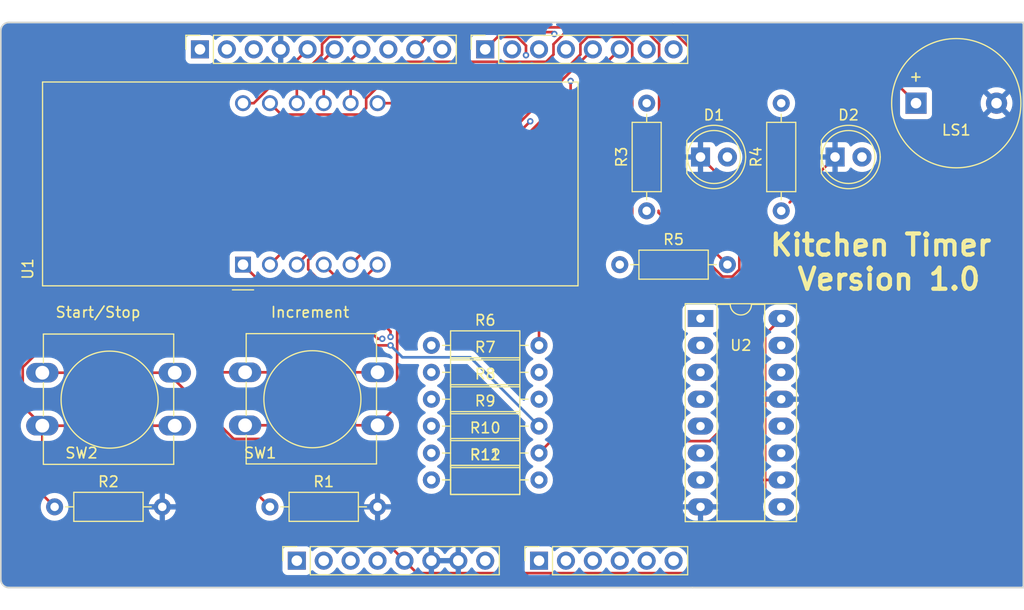
<source format=kicad_pcb>
(kicad_pcb (version 20221018) (generator pcbnew)
  (title_block (date "mar. 31 mars 2015"))
  (layers (0 "F.Cu" signal) (31 "B.Cu" signal) (34 "B.Paste" user) (35 "F.Paste" user) (36 "B.SilkS" user "B.Silkscreen") (37 "F.SilkS" user "F.Silkscreen") (38 "B.Mask" user) (39 "F.Mask" user) (44 "Edge.Cuts" user))
  (net 0 "")
  (net 1 "GND")
  (net 3 "+5V")
  (net 4 "/IOREF")
  (net 5 "/A0")
  (net 6 "/A1")
  (net 7 "/A2")
  (net 8 "/A3")
  (net 9 "/SDA{slash}A4")
  (net 10 "/SCL{slash}A5")
  (net 11 "Net-(D1-A)")
  (net 12 "Net-(D2-A)")
  (net 16 "Dig1")
  (net 17 "Dig2")
  (net 18 "Dig3")
  (net 19 "Dig4")
  (net 20 "DS")
  (net 21 "ST_CP")
  (net 22 "SH_CP")
  (net 23 "Buzzer")
  (net 25 "+3V3")
  (net 26 "VCC")
  (net 27 "/~{RESET}")
  (net 28 "Button_2")
  (net 29 "Button_1")
  (net 32 "RED_LED")
  (net 33 "GREEN_LED")
  (net 34 "a")
  (net 35 "Net-(U1-a)")
  (net 36 "b")
  (net 37 "Net-(U1-b)")
  (net 38 "c")
  (net 39 "Net-(U1-c)")
  (net 40 "d")
  (net 41 "Net-(U1-d)")
  (net 42 "e")
  (net 43 "Net-(U1-e)")
  (net 44 "f")
  (net 45 "Net-(U1-f)")
  (net 46 "g")
  (net 47 "Net-(U1-g)")
  (net 48 "dp")
  (net 49 "Net-(U1-DPX)")
  (footprint "Connector_PinSocket_2.54mm:PinSocket_1x08_P2.54mm_Vertical" (layer "F.Cu") (at 127.94 97.46 90)
    (fp_text reference "J1" hide)
    (fp_text value "Power")
    (fp_line (start -1.33 1.27) (end -1.33 19.11) (stroke (width 0.12)) (layer "F.SilkS"))
    (fp_line (start -1.33 1.27) (end 1.33 1.27) (stroke (width 0.12)) (layer "F.SilkS"))
    (fp_line (start -1.33 19.11) (end 1.33 19.11) (stroke (width 0.12)) (layer "F.SilkS"))
    (fp_line (start 0 -1.33) (end 1.33 -1.33) (stroke (width 0.12)) (layer "F.SilkS"))
    (fp_line (start 1.33 -1.33) (end 1.33 0) (stroke (width 0.12)) (layer "F.SilkS"))
    (fp_line (start 1.33 1.27) (end 1.33 19.11) (stroke (width 0.12)) (layer "F.SilkS"))
    (pad "1" thru_hole rect locked (at 0 0 90) (size 1.7 1.7) (drill 1) (layers "*.Cu" "*.Mask"))
    (pad "2" thru_hole oval locked (at 0 2.54 90) (size 1.7 1.7) (drill 1) (layers "*.Cu" "*.Mask") (net 4 "/IOREF"))
    (pad "3" thru_hole oval locked (at 0 5.08 90) (size 1.7 1.7) (drill 1) (layers "*.Cu" "*.Mask") (net 27 "/~{RESET}"))
    (pad "4" thru_hole oval locked (at 0 7.62 90) (size 1.7 1.7) (drill 1) (layers "*.Cu" "*.Mask") (net 25 "+3V3"))
    (pad "5" thru_hole oval locked (at 0 10.16 90) (size 1.7 1.7) (drill 1) (layers "*.Cu" "*.Mask") (net 3 "+5V"))
    (pad "6" thru_hole oval locked (at 0 12.7 90) (size 1.7 1.7) (drill 1) (layers "*.Cu" "*.Mask") (net 1 "GND"))
    (pad "7" thru_hole oval locked (at 0 15.24 90) (size 1.7 1.7) (drill 1) (layers "*.Cu" "*.Mask") (net 1 "GND"))
    (pad "8" thru_hole oval locked (at 0 17.78 90) (size 1.7 1.7) (drill 1) (layers "*.Cu" "*.Mask") (net 26 "VCC"))
  )
  (footprint "Connector_PinSocket_2.54mm:PinSocket_1x06_P2.54mm_Vertical" (layer "F.Cu") (at 150.8 97.46 90)
    (fp_text reference "J3" hide)
    (fp_text value "Analog")
    (fp_line (start -1.33 1.27) (end -1.33 14.03) (stroke (width 0.12)) (layer "F.SilkS"))
    (fp_line (start -1.33 1.27) (end 1.33 1.27) (stroke (width 0.12)) (layer "F.SilkS"))
    (fp_line (start -1.33 14.03) (end 1.33 14.03) (stroke (width 0.12)) (layer "F.SilkS"))
    (fp_line (start 0 -1.33) (end 1.33 -1.33) (stroke (width 0.12)) (layer "F.SilkS"))
    (fp_line (start 1.33 -1.33) (end 1.33 0) (stroke (width 0.12)) (layer "F.SilkS"))
    (fp_line (start 1.33 1.27) (end 1.33 14.03) (stroke (width 0.12)) (layer "F.SilkS"))
    (pad "1" thru_hole rect locked (at 0 0 90) (size 1.7 1.7) (drill 1) (layers "*.Cu" "*.Mask") (net 5 "/A0"))
    (pad "2" thru_hole oval locked (at 0 2.54 90) (size 1.7 1.7) (drill 1) (layers "*.Cu" "*.Mask") (net 6 "/A1"))
    (pad "3" thru_hole oval locked (at 0 5.08 90) (size 1.7 1.7) (drill 1) (layers "*.Cu" "*.Mask") (net 7 "/A2"))
    (pad "4" thru_hole oval locked (at 0 7.62 90) (size 1.7 1.7) (drill 1) (layers "*.Cu" "*.Mask") (net 8 "/A3"))
    (pad "5" thru_hole oval locked (at 0 10.16 90) (size 1.7 1.7) (drill 1) (layers "*.Cu" "*.Mask") (net 9 "/SDA{slash}A4"))
    (pad "6" thru_hole oval locked (at 0 12.7 90) (size 1.7 1.7) (drill 1) (layers "*.Cu" "*.Mask") (net 10 "/SCL{slash}A5"))
  )
  (footprint "Connector_PinSocket_2.54mm:PinSocket_1x10_P2.54mm_Vertical" (layer "F.Cu") (at 118.796 49.2 90)
    (fp_text reference "J2" hide)
    (fp_text value "Digital/PWM")
    (fp_line (start -1.33 1.27) (end -1.33 24.19) (stroke (width 0.12)) (layer "F.SilkS"))
    (fp_line (start -1.33 1.27) (end 1.33 1.27) (stroke (width 0.12)) (layer "F.SilkS"))
    (fp_line (start -1.33 24.19) (end 1.33 24.19) (stroke (width 0.12)) (layer "F.SilkS"))
    (fp_line (start 0 -1.33) (end 1.33 -1.33) (stroke (width 0.12)) (layer "F.SilkS"))
    (fp_line (start 1.33 -1.33) (end 1.33 0) (stroke (width 0.12)) (layer "F.SilkS"))
    (fp_line (start 1.33 1.27) (end 1.33 24.19) (stroke (width 0.12)) (layer "F.SilkS"))
    (pad "1" thru_hole rect locked (at 0 0 90) (size 1.7 1.7) (drill 1) (layers "*.Cu" "*.Mask"))
    (pad "2" thru_hole oval locked (at 0 2.54 90) (size 1.7 1.7) (drill 1) (layers "*.Cu" "*.Mask"))
    (pad "3" thru_hole oval locked (at 0 5.08 90) (size 1.7 1.7) (drill 1) (layers "*.Cu" "*.Mask"))
    (pad "4" thru_hole oval locked (at 0 7.62 90) (size 1.7 1.7) (drill 1) (layers "*.Cu" "*.Mask") (net 1 "GND"))
    (pad "5" thru_hole oval locked (at 0 10.16 90) (size 1.7 1.7) (drill 1) (layers "*.Cu" "*.Mask") (net 16 "Dig1"))
    (pad "6" thru_hole oval locked (at 0 12.7 90) (size 1.7 1.7) (drill 1) (layers "*.Cu" "*.Mask") (net 17 "Dig2"))
    (pad "7" thru_hole oval locked (at 0 15.24 90) (size 1.7 1.7) (drill 1) (layers "*.Cu" "*.Mask") (net 18 "Dig3"))
    (pad "8" thru_hole oval locked (at 0 17.78 90) (size 1.7 1.7) (drill 1) (layers "*.Cu" "*.Mask") (net 19 "Dig4"))
    (pad "9" thru_hole oval locked (at 0 20.32 90) (size 1.7 1.7) (drill 1) (layers "*.Cu" "*.Mask") (net 20 "DS"))
    (pad "10" thru_hole oval locked (at 0 22.86 90) (size 1.7 1.7) (drill 1) (layers "*.Cu" "*.Mask") (net 21 "ST_CP"))
  )
  (footprint "Connector_PinSocket_2.54mm:PinSocket_1x08_P2.54mm_Vertical" (layer "F.Cu") (at 145.72 49.2 90)
    (fp_text reference "J4" hide)
    (fp_text value "Digital/PWM")
    (fp_line (start -1.33 1.27) (end -1.33 19.11) (stroke (width 0.12)) (layer "F.SilkS"))
    (fp_line (start -1.33 1.27) (end 1.33 1.27) (stroke (width 0.12)) (layer "F.SilkS"))
    (fp_line (start -1.33 19.11) (end 1.33 19.11) (stroke (width 0.12)) (layer "F.SilkS"))
    (fp_line (start 0 -1.33) (end 1.33 -1.33) (stroke (width 0.12)) (layer "F.SilkS"))
    (fp_line (start 1.33 -1.33) (end 1.33 0) (stroke (width 0.12)) (layer "F.SilkS"))
    (fp_line (start 1.33 1.27) (end 1.33 19.11) (stroke (width 0.12)) (layer "F.SilkS"))
    (pad "1" thru_hole rect locked (at 0 0 90) (size 1.7 1.7) (drill 1) (layers "*.Cu" "*.Mask") (net 22 "SH_CP"))
    (pad "2" thru_hole oval locked (at 0 2.54 90) (size 1.7 1.7) (drill 1) (layers "*.Cu" "*.Mask") (net 23 "Buzzer"))
    (pad "3" thru_hole oval locked (at 0 5.08 90) (size 1.7 1.7) (drill 1) (layers "*.Cu" "*.Mask") (net 32 "RED_LED"))
    (pad "4" thru_hole oval locked (at 0 7.62 90) (size 1.7 1.7) (drill 1) (layers "*.Cu" "*.Mask") (net 33 "GREEN_LED"))
    (pad "5" thru_hole oval locked (at 0 10.16 90) (size 1.7 1.7) (drill 1) (layers "*.Cu" "*.Mask") (net 28 "Button_2"))
    (pad "6" thru_hole oval locked (at 0 12.7 90) (size 1.7 1.7) (drill 1) (layers "*.Cu" "*.Mask") (net 29 "Button_1"))
    (pad "7" thru_hole oval locked (at 0 15.24 90) (size 1.7 1.7) (drill 1) (layers "*.Cu" "*.Mask"))
    (pad "8" thru_hole oval locked (at 0 17.78 90) (size 1.7 1.7) (drill 1) (layers "*.Cu" "*.Mask"))
  )
  (footprint "Resistor_THT:R_Axial_DIN0207_L6.3mm_D2.5mm_P10.16mm_Horizontal" (layer "F.Cu") (at 140.64 89.84)
    (fp_text reference "R12" (at 5.08 -2.37) (layer "F.SilkS"))
    (fp_text value "100")
    (fp_line (start 1.04 0) (end 1.81 0) (stroke (width 0.12)) (layer "F.SilkS"))
    (fp_line (start 1.81 -1.37) (end 1.81 1.37) (stroke (width 0.12)) (layer "F.SilkS"))
    (fp_line (start 1.81 1.37) (end 8.35 1.37) (stroke (width 0.12)) (layer "F.SilkS"))
    (fp_line (start 8.35 -1.37) (end 1.81 -1.37) (stroke (width 0.12)) (layer "F.SilkS"))
    (fp_line (start 8.35 1.37) (end 8.35 -1.37) (stroke (width 0.12)) (layer "F.SilkS"))
    (fp_line (start 9.12 0) (end 8.35 0) (stroke (width 0.12)) (layer "F.SilkS"))
    (pad "1" thru_hole circle (at 0 0) (size 1.6 1.6) (drill 0.8) (layers "*.Cu" "*.Mask") (net 48 "dp"))
    (pad "2" thru_hole oval (at 10.16 0) (size 1.6 1.6) (drill 0.8) (layers "*.Cu" "*.Mask") (net 49 "Net-(U1-DPX)"))
  )
  (footprint "Resistor_THT:R_Axial_DIN0207_L6.3mm_D2.5mm_P10.16mm_Horizontal" (layer "F.Cu") (at 140.64 84.76)
    (fp_text reference "R9" (at 5.08 -2.37) (layer "F.SilkS"))
    (fp_text value "100")
    (fp_line (start 1.04 0) (end 1.81 0) (stroke (width 0.12)) (layer "F.SilkS"))
    (fp_line (start 1.81 -1.37) (end 1.81 1.37) (stroke (width 0.12)) (layer "F.SilkS"))
    (fp_line (start 1.81 1.37) (end 8.35 1.37) (stroke (width 0.12)) (layer "F.SilkS"))
    (fp_line (start 8.35 -1.37) (end 1.81 -1.37) (stroke (width 0.12)) (layer "F.SilkS"))
    (fp_line (start 8.35 1.37) (end 8.35 -1.37) (stroke (width 0.12)) (layer "F.SilkS"))
    (fp_line (start 9.12 0) (end 8.35 0) (stroke (width 0.12)) (layer "F.SilkS"))
    (pad "1" thru_hole circle (at 0 0) (size 1.6 1.6) (drill 0.8) (layers "*.Cu" "*.Mask") (net 42 "e"))
    (pad "2" thru_hole oval (at 10.16 0) (size 1.6 1.6) (drill 0.8) (layers "*.Cu" "*.Mask") (net 43 "Net-(U1-e)"))
  )
  (footprint "Resistor_THT:R_Axial_DIN0207_L6.3mm_D2.5mm_P10.16mm_Horizontal" (layer "F.Cu") (at 140.64 77.14)
    (fp_text reference "R6" (at 5.08 -2.37) (layer "F.SilkS"))
    (fp_text value "100")
    (fp_line (start 1.04 0) (end 1.81 0) (stroke (width 0.12)) (layer "F.SilkS"))
    (fp_line (start 1.81 -1.37) (end 1.81 1.37) (stroke (width 0.12)) (layer "F.SilkS"))
    (fp_line (start 1.81 1.37) (end 8.35 1.37) (stroke (width 0.12)) (layer "F.SilkS"))
    (fp_line (start 8.35 -1.37) (end 1.81 -1.37) (stroke (width 0.12)) (layer "F.SilkS"))
    (fp_line (start 8.35 1.37) (end 8.35 -1.37) (stroke (width 0.12)) (layer "F.SilkS"))
    (fp_line (start 9.12 0) (end 8.35 0) (stroke (width 0.12)) (layer "F.SilkS"))
    (pad "1" thru_hole circle (at 0 0) (size 1.6 1.6) (drill 0.8) (layers "*.Cu" "*.Mask") (net 36 "b"))
    (pad "2" thru_hole oval (at 10.16 0) (size 1.6 1.6) (drill 0.8) (layers "*.Cu" "*.Mask") (net 37 "Net-(U1-b)"))
  )
  (footprint "Resistor_THT:R_Axial_DIN0207_L6.3mm_D2.5mm_P10.16mm_Horizontal" (layer "F.Cu") (at 140.64 79.68)
    (fp_text reference "R7" (at 5.08 -2.37) (layer "F.SilkS"))
    (fp_text value "100")
    (fp_line (start 1.04 0) (end 1.81 0) (stroke (width 0.12)) (layer "F.SilkS"))
    (fp_line (start 1.81 -1.37) (end 1.81 1.37) (stroke (width 0.12)) (layer "F.SilkS"))
    (fp_line (start 1.81 1.37) (end 8.35 1.37) (stroke (width 0.12)) (layer "F.SilkS"))
    (fp_line (start 8.35 -1.37) (end 1.81 -1.37) (stroke (width 0.12)) (layer "F.SilkS"))
    (fp_line (start 8.35 1.37) (end 8.35 -1.37) (stroke (width 0.12)) (layer "F.SilkS"))
    (fp_line (start 9.12 0) (end 8.35 0) (stroke (width 0.12)) (layer "F.SilkS"))
    (pad "1" thru_hole circle (at 0 0) (size 1.6 1.6) (drill 0.8) (layers "*.Cu" "*.Mask") (net 38 "c"))
    (pad "2" thru_hole oval (at 10.16 0) (size 1.6 1.6) (drill 0.8) (layers "*.Cu" "*.Mask") (net 39 "Net-(U1-c)"))
  )
  (footprint "LED_THT:LED_D5.0mm" (layer "F.Cu") (at 166.04 59.36)
    (fp_text reference "D1" (at 1.27 -3.96) (layer "F.SilkS"))
    (fp_text value "red")
    (fp_line (start -1.29 -1.545) (end -1.29 1.545) (stroke (width 0.12)) (layer "F.SilkS"))
    (fp_arc (start -1.29 -1.54483) (mid 2.072002 -2.880433) (end 4.26 0.000462) (stroke (width 0.12)) (layer "F.SilkS"))
    (fp_arc (start 4.26 -0.000462) (mid 2.072002 2.880433) (end -1.29 1.54483) (stroke (width 0.12)) (layer "F.SilkS"))
    (fp_circle (center 1.27 0) (end 3.77 0) (stroke (width 0.12)) (fill none) (layer "F.SilkS"))
    (pad "1" thru_hole rect (at 0 0) (size 1.8 1.8) (drill 0.9) (layers "*.Cu" "*.Mask") (net 1 "GND"))
    (pad "2" thru_hole circle (at 2.54 0) (size 1.8 1.8) (drill 0.9) (layers "*.Cu" "*.Mask") (net 11 "Net-(D1-A)"))
  )
  (footprint "Resistor_THT:R_Axial_DIN0207_L6.3mm_D2.5mm_P10.16mm_Horizontal" (layer "F.Cu") (at 160.96 64.44 90)
    (fp_text reference "R3" (at 5.08 -2.37 90) (layer "F.SilkS"))
    (fp_text value "330")
    (fp_line (start 1.04 0) (end 1.81 0) (stroke (width 0.12)) (layer "F.SilkS"))
    (fp_line (start 1.81 -1.37) (end 1.81 1.37) (stroke (width 0.12)) (layer "F.SilkS"))
    (fp_line (start 1.81 1.37) (end 8.35 1.37) (stroke (width 0.12)) (layer "F.SilkS"))
    (fp_line (start 8.35 -1.37) (end 1.81 -1.37) (stroke (width 0.12)) (layer "F.SilkS"))
    (fp_line (start 8.35 1.37) (end 8.35 -1.37) (stroke (width 0.12)) (layer "F.SilkS"))
    (fp_line (start 9.12 0) (end 8.35 0) (stroke (width 0.12)) (layer "F.SilkS"))
    (pad "1" thru_hole circle (at 0 0 90) (size 1.6 1.6) (drill 0.8) (layers "*.Cu" "*.Mask") (net 32 "RED_LED"))
    (pad "2" thru_hole oval (at 10.16 0 90) (size 1.6 1.6) (drill 0.8) (layers "*.Cu" "*.Mask") (net 11 "Net-(D1-A)"))
  )
  (footprint "Resistor_THT:R_Axial_DIN0207_L6.3mm_D2.5mm_P10.16mm_Horizontal" (layer "F.Cu") (at 105.08 92.38)
    (fp_text reference "R2" (at 5.08 -2.37) (layer "F.SilkS"))
    (fp_text value "10k")
    (fp_line (start 1.04 0) (end 1.81 0) (stroke (width 0.12)) (layer "F.SilkS"))
    (fp_line (start 1.81 -1.37) (end 1.81 1.37) (stroke (width 0.12)) (layer "F.SilkS"))
    (fp_line (start 1.81 1.37) (end 8.35 1.37) (stroke (width 0.12)) (layer "F.SilkS"))
    (fp_line (start 8.35 -1.37) (end 1.81 -1.37) (stroke (width 0.12)) (layer "F.SilkS"))
    (fp_line (start 8.35 1.37) (end 8.35 -1.37) (stroke (width 0.12)) (layer "F.SilkS"))
    (fp_line (start 9.12 0) (end 8.35 0) (stroke (width 0.12)) (layer "F.SilkS"))
    (pad "1" thru_hole circle (at 0 0) (size 1.6 1.6) (drill 0.8) (layers "*.Cu" "*.Mask") (net 28 "Button_2"))
    (pad "2" thru_hole oval (at 10.16 0) (size 1.6 1.6) (drill 0.8) (layers "*.Cu" "*.Mask") (net 1 "GND"))
  )
  (footprint "Resistor_THT:R_Axial_DIN0207_L6.3mm_D2.5mm_P10.16mm_Horizontal" (layer "F.Cu") (at 125.4 92.38)
    (fp_text reference "R1" (at 5.08 -2.37) (layer "F.SilkS"))
    (fp_text value "10k")
    (fp_line (start 1.04 0) (end 1.81 0) (stroke (width 0.12)) (layer "F.SilkS"))
    (fp_line (start 1.81 -1.37) (end 1.81 1.37) (stroke (width 0.12)) (layer "F.SilkS"))
    (fp_line (start 1.81 1.37) (end 8.35 1.37) (stroke (width 0.12)) (layer "F.SilkS"))
    (fp_line (start 8.35 -1.37) (end 1.81 -1.37) (stroke (width 0.12)) (layer "F.SilkS"))
    (fp_line (start 8.35 1.37) (end 8.35 -1.37) (stroke (width 0.12)) (layer "F.SilkS"))
    (fp_line (start 9.12 0) (end 8.35 0) (stroke (width 0.12)) (layer "F.SilkS"))
    (pad "1" thru_hole circle (at 0 0) (size 1.6 1.6) (drill 0.8) (layers "*.Cu" "*.Mask") (net 29 "Button_1"))
    (pad "2" thru_hole oval (at 10.16 0) (size 1.6 1.6) (drill 0.8) (layers "*.Cu" "*.Mask") (net 1 "GND"))
  )
  (footprint "Package_DIP:DIP-16_W7.62mm_Socket_LongPads" (layer "F.Cu") (at 166.04 74.6)
    (fp_text reference "U2" (at 3.81 2.54) (layer "F.SilkS"))
    (fp_text value "74HC595")
    (fp_line (start -1.44 -1.39) (end -1.44 19.17) (stroke (width 0.12)) (layer "F.SilkS"))
    (fp_line (start -1.44 19.17) (end 9.06 19.17) (stroke (width 0.12)) (layer "F.SilkS"))
    (fp_line (start 1.56 -1.33) (end 1.56 19.11) (stroke (width 0.12)) (layer "F.SilkS"))
    (fp_line (start 1.56 19.11) (end 6.06 19.11) (stroke (width 0.12)) (layer "F.SilkS"))
    (fp_line (start 2.81 -1.33) (end 1.56 -1.33) (stroke (width 0.12)) (layer "F.SilkS"))
    (fp_line (start 6.06 -1.33) (end 4.81 -1.33) (stroke (width 0.12)) (layer "F.SilkS"))
    (fp_line (start 6.06 19.11) (end 6.06 -1.33) (stroke (width 0.12)) (layer "F.SilkS"))
    (fp_line (start 9.06 -1.39) (end -1.44 -1.39) (stroke (width 0.12)) (layer "F.SilkS"))
    (fp_line (start 9.06 19.17) (end 9.06 -1.39) (stroke (width 0.12)) (layer "F.SilkS"))
    (fp_arc (start 4.81 -1.33) (mid 3.81 -0.33) (end 2.81 -1.33) (stroke (width 0.12)) (layer "F.SilkS"))
    (pad "1" thru_hole rect (at 0 0) (size 2.4 1.6) (drill 0.8) (layers "*.Cu" "*.Mask") (net 36 "b"))
    (pad "2" thru_hole oval (at 0 2.54) (size 2.4 1.6) (drill 0.8) (layers "*.Cu" "*.Mask") (net 38 "c"))
    (pad "3" thru_hole oval (at 0 5.08) (size 2.4 1.6) (drill 0.8) (layers "*.Cu" "*.Mask") (net 40 "d"))
    (pad "4" thru_hole oval (at 0 7.62) (size 2.4 1.6) (drill 0.8) (layers "*.Cu" "*.Mask") (net 42 "e"))
    (pad "5" thru_hole oval (at 0 10.16) (size 2.4 1.6) (drill 0.8) (layers "*.Cu" "*.Mask") (net 44 "f"))
    (pad "6" thru_hole oval (at 0 12.7) (size 2.4 1.6) (drill 0.8) (layers "*.Cu" "*.Mask") (net 46 "g"))
    (pad "7" thru_hole oval (at 0 15.24) (size 2.4 1.6) (drill 0.8) (layers "*.Cu" "*.Mask") (net 48 "dp"))
    (pad "8" thru_hole oval (at 0 17.78) (size 2.4 1.6) (drill 0.8) (layers "*.Cu" "*.Mask") (net 1 "GND"))
    (pad "9" thru_hole oval (at 7.62 17.78) (size 2.4 1.6) (drill 0.8) (layers "*.Cu" "*.Mask"))
    (pad "10" thru_hole oval (at 7.62 15.24) (size 2.4 1.6) (drill 0.8) (layers "*.Cu" "*.Mask") (net 3 "+5V"))
    (pad "11" thru_hole oval (at 7.62 12.7) (size 2.4 1.6) (drill 0.8) (layers "*.Cu" "*.Mask") (net 22 "SH_CP"))
    (pad "12" thru_hole oval (at 7.62 10.16) (size 2.4 1.6) (drill 0.8) (layers "*.Cu" "*.Mask") (net 21 "ST_CP"))
    (pad "13" thru_hole oval (at 7.62 7.62) (size 2.4 1.6) (drill 0.8) (layers "*.Cu" "*.Mask") (net 1 "GND"))
    (pad "14" thru_hole oval (at 7.62 5.08) (size 2.4 1.6) (drill 0.8) (layers "*.Cu" "*.Mask") (net 20 "DS"))
    (pad "15" thru_hole oval (at 7.62 2.54) (size 2.4 1.6) (drill 0.8) (layers "*.Cu" "*.Mask") (net 34 "a"))
    (pad "16" thru_hole oval (at 7.62 0) (size 2.4 1.6) (drill 0.8) (layers "*.Cu" "*.Mask") (net 3 "+5V"))
  )
  (footprint "LED_THT:LED_D5.0mm" (layer "F.Cu") (at 178.74 59.36)
    (fp_text reference "D2" (at 1.27 -3.96) (layer "F.SilkS"))
    (fp_text value "green")
    (fp_line (start -1.29 -1.545) (end -1.29 1.545) (stroke (width 0.12)) (layer "F.SilkS"))
    (fp_arc (start -1.29 -1.54483) (mid 2.072002 -2.880433) (end 4.26 0.000462) (stroke (width 0.12)) (layer "F.SilkS"))
    (fp_arc (start 4.26 -0.000462) (mid 2.072002 2.880433) (end -1.29 1.54483) (stroke (width 0.12)) (layer "F.SilkS"))
    (fp_circle (center 1.27 0) (end 3.77 0) (stroke (width 0.12)) (fill none) (layer "F.SilkS"))
    (pad "1" thru_hole rect (at 0 0) (size 1.8 1.8) (drill 0.9) (layers "*.Cu" "*.Mask") (net 1 "GND"))
    (pad "2" thru_hole circle (at 2.54 0) (size 1.8 1.8) (drill 0.9) (layers "*.Cu" "*.Mask") (net 12 "Net-(D2-A)"))
  )
  (footprint "Buzzer_Beeper:Buzzer_12x9.5RM7.6" (layer "F.Cu") (at 186.38 54.28)
    (fp_text reference "LS1" (at 3.8 2.54) (layer "F.SilkS"))
    (fp_text value "Speaker")
    (fp_text user "+" (at -0.01 -2.54) (layer "F.SilkS"))
    (fp_circle (center 3.8 0) (end 9.9 0) (stroke (width 0.12)) (fill none) (layer "F.SilkS"))
    (pad "1" thru_hole rect (at 0 0) (size 2 2) (drill 1) (layers "*.Cu" "*.Mask") (net 23 "Buzzer"))
    (pad "2" thru_hole circle (at 7.6 0) (size 2 2) (drill 1) (layers "*.Cu" "*.Mask") (net 1 "GND"))
  )
  (footprint "Resistor_THT:R_Axial_DIN0207_L6.3mm_D2.5mm_P10.16mm_Horizontal" (layer "F.Cu") (at 140.64 87.3)
    (fp_text reference "R10" (at 5.08 -2.37) (layer "F.SilkS"))
    (fp_text value "100")
    (fp_line (start 1.04 0) (end 1.81 0) (stroke (width 0.12)) (layer "F.SilkS"))
    (fp_line (start 1.81 -1.37) (end 1.81 1.37) (stroke (width 0.12)) (layer "F.SilkS"))
    (fp_line (start 1.81 1.37) (end 8.35 1.37) (stroke (width 0.12)) (layer "F.SilkS"))
    (fp_line (start 8.35 -1.37) (end 1.81 -1.37) (stroke (width 0.12)) (layer "F.SilkS"))
    (fp_line (start 8.35 1.37) (end 8.35 -1.37) (stroke (width 0.12)) (layer "F.SilkS"))
    (fp_line (start 9.12 0) (end 8.35 0) (stroke (width 0.12)) (layer "F.SilkS"))
    (pad "1" thru_hole circle (at 0 0) (size 1.6 1.6) (drill 0.8) (layers "*.Cu" "*.Mask") (net 44 "f"))
    (pad "2" thru_hole oval (at 10.16 0) (size 1.6 1.6) (drill 0.8) (layers "*.Cu" "*.Mask") (net 45 "Net-(U1-f)"))
  )
  (footprint "Resistor_THT:R_Axial_DIN0207_L6.3mm_D2.5mm_P10.16mm_Horizontal" (layer "F.Cu") (at 173.66 64.44 90)
    (fp_text reference "R4" (at 5.08 -2.37 90) (layer "F.SilkS"))
    (fp_text value "330")
    (fp_line (start 1.04 0) (end 1.81 0) (stroke (width 0.12)) (layer "F.SilkS"))
    (fp_line (start 1.81 -1.37) (end 1.81 1.37) (stroke (width 0.12)) (layer "F.SilkS"))
    (fp_line (start 1.81 1.37) (end 8.35 1.37) (stroke (width 0.12)) (layer "F.SilkS"))
    (fp_line (start 8.35 -1.37) (end 1.81 -1.37) (stroke (width 0.12)) (layer "F.SilkS"))
    (fp_line (start 8.35 1.37) (end 8.35 -1.37) (stroke (width 0.12)) (layer "F.SilkS"))
    (fp_line (start 9.12 0) (end 8.35 0) (stroke (width 0.12)) (layer "F.SilkS"))
    (pad "1" thru_hole circle (at 0 0 90) (size 1.6 1.6) (drill 0.8) (layers "*.Cu" "*.Mask") (net 33 "GREEN_LED"))
    (pad "2" thru_hole oval (at 10.16 0 90) (size 1.6 1.6) (drill 0.8) (layers "*.Cu" "*.Mask") (net 12 "Net-(D2-A)"))
  )
  (footprint "Display_7Segment:CA56-12EWA" (layer "F.Cu") (at 122.86 69.52 90)
    (fp_text reference "U1" (at -0.4 -20.31 90) (layer "F.SilkS"))
    (fp_text value "CA56-12EWA")
    (fp_line (start -2.38 -1) (end -2.38 1) (stroke (width 0.12)) (layer "F.SilkS"))
    (fp_line (start -2 -18.92) (end -2 31.62) (stroke (width 0.12)) (layer "F.SilkS"))
    (fp_line (start -2 -18.92) (end 17.24 -18.92) (stroke (width 0.12)) (layer "F.SilkS"))
    (fp_line (start -2 31.62) (end 17.24 31.62) (stroke (width 0.12)) (layer "F.SilkS"))
    (fp_line (start 17.24 31.62) (end 17.24 -18.92) (stroke (width 0.12)) (layer "F.SilkS"))
    (pad "1" thru_hole rect (at 0 0 90) (size 1.5 1.5) (drill 1) (layers "*.Cu" "*.Mask") (net 43 "Net-(U1-e)"))
    (pad "2" thru_hole circle (at 0 2.54 90) (size 1.5 1.5) (drill 1) (layers "*.Cu" "*.Mask") (net 41 "Net-(U1-d)"))
    (pad "3" thru_hole circle (at 0 5.08 90) (size 1.5 1.5) (drill 1) (layers "*.Cu" "*.Mask") (net 49 "Net-(U1-DPX)"))
    (pad "4" thru_hole circle (at 0 7.62 90) (size 1.5 1.5) (drill 1) (layers "*.Cu" "*.Mask") (net 39 "Net-(U1-c)"))
    (pad "5" thru_hole circle (at 0 10.16 90) (size 1.5 1.5) (drill 1) (layers "*.Cu" "*.Mask") (net 47 "Net-(U1-g)"))
    (pad "6" thru_hole circle (at 0 12.7 90) (size 1.5 1.5) (drill 1) (layers "*.Cu" "*.Mask") (net 19 "Dig4"))
    (pad "7" thru_hole circle (at 15.24 12.7 90) (size 1.5 1.5) (drill 1) (layers "*.Cu" "*.Mask") (net 37 "Net-(U1-b)"))
    (pad "8" thru_hole circle (at 15.24 10.16 90) (size 1.5 1.5) (drill 1) (layers "*.Cu" "*.Mask") (net 18 "Dig3"))
    (pad "9" thru_hole circle (at 15.24 7.62 90) (size 1.5 1.5) (drill 1) (layers "*.Cu" "*.Mask") (net 17 "Dig2"))
    (pad "10" thru_hole circle (at 15.24 5.08 90) (size 1.5 1.5) (drill 1) (layers "*.Cu" "*.Mask") (net 45 "Net-(U1-f)"))
    (pad "11" thru_hole circle (at 15.24 2.54 90) (size 1.5 1.5) (drill 1) (layers "*.Cu" "*.Mask") (net 35 "Net-(U1-a)"))
    (pad "12" thru_hole circle (at 15.24 0 90) (size 1.5 1.5) (drill 1) (layers "*.Cu" "*.Mask") (net 16 "Dig1"))
  )
  (footprint "Resistor_THT:R_Axial_DIN0207_L6.3mm_D2.5mm_P10.16mm_Horizontal" (layer "F.Cu") (at 140.64 89.84)
    (fp_text reference "R11" (at 5.08 -2.37) (layer "F.SilkS"))
    (fp_text value "100")
    (fp_line (start 1.04 0) (end 1.81 0) (stroke (width 0.12)) (layer "F.SilkS"))
    (fp_line (start 1.81 -1.37) (end 1.81 1.37) (stroke (width 0.12)) (layer "F.SilkS"))
    (fp_line (start 1.81 1.37) (end 8.35 1.37) (stroke (width 0.12)) (layer "F.SilkS"))
    (fp_line (start 8.35 -1.37) (end 1.81 -1.37) (stroke (width 0.12)) (layer "F.SilkS"))
    (fp_line (start 8.35 1.37) (end 8.35 -1.37) (stroke (width 0.12)) (layer "F.SilkS"))
    (fp_line (start 9.12 0) (end 8.35 0) (stroke (width 0.12)) (layer "F.SilkS"))
    (pad "1" thru_hole circle (at 0 0) (size 1.6 1.6) (drill 0.8) (layers "*.Cu" "*.Mask") (net 46 "g"))
    (pad "2" thru_hole oval (at 10.16 0) (size 1.6 1.6) (drill 0.8) (layers "*.Cu" "*.Mask") (net 47 "Net-(U1-g)"))
  )
  (footprint "Button_Switch_THT:SW_PUSH-12mm" (layer "F.Cu") (at 103.92 79.72)
    (fp_text reference "SW2" (at 3.7 7.58) (layer "F.SilkS"))
    (fp_text value "SW_Push")
    (fp_line (start 0.1 -3.65) (end 12.4 -3.65) (stroke (width 0.12)) (layer "F.SilkS"))
    (fp_line (start 0.1 -0.93) (end 0.1 -3.65) (stroke (width 0.12)) (layer "F.SilkS"))
    (fp_line (start 0.1 4.07) (end 0.1 0.93) (stroke (width 0.12)) (layer "F.SilkS"))
    (fp_line (start 0.1 8.65) (end 0.1 5.93) (stroke (width 0.12)) (layer "F.SilkS"))
    (fp_line (start 12.4 -3.65) (end 12.4 -0.93) (stroke (width 0.12)) (layer "F.SilkS"))
    (fp_line (start 12.4 0.93) (end 12.4 4.07) (stroke (width 0.12)) (layer "F.SilkS"))
    (fp_line (start 12.4 5.93) (end 12.4 8.65) (stroke (width 0.12)) (layer "F.SilkS"))
    (fp_line (start 12.4 8.65) (end 0.1 8.65) (stroke (width 0.12)) (layer "F.SilkS"))
    (fp_circle (center 6.35 2.54) (end 10.16 5.08) (stroke (width 0.12)) (fill none) (layer "F.SilkS"))
    (pad "1" thru_hole oval (at 0 0) (size 3.048 1.85) (drill 1.3) (layers "*.Cu" "*.Mask") (net 3 "+5V"))
    (pad "1" thru_hole oval (at 12.5 0) (size 3.048 1.85) (drill 1.3) (layers "*.Cu" "*.Mask") (net 3 "+5V"))
    (pad "2" thru_hole oval (at 0 5) (size 3.048 1.85) (drill 1.3) (layers "*.Cu" "*.Mask") (net 28 "Button_2"))
    (pad "2" thru_hole oval (at 12.5 5) (size 3.048 1.85) (drill 1.3) (layers "*.Cu" "*.Mask") (net 28 "Button_2"))
  )
  (footprint "Resistor_THT:R_Axial_DIN0207_L6.3mm_D2.5mm_P10.16mm_Horizontal" (layer "F.Cu") (at 140.64 82.22)
    (fp_text reference "R8" (at 5.08 -2.37) (layer "F.SilkS"))
    (fp_text value "100")
    (fp_line (start 1.04 0) (end 1.81 0) (stroke (width 0.12)) (layer "F.SilkS"))
    (fp_line (start 1.81 -1.37) (end 1.81 1.37) (stroke (width 0.12)) (layer "F.SilkS"))
    (fp_line (start 1.81 1.37) (end 8.35 1.37) (stroke (width 0.12)) (layer "F.SilkS"))
    (fp_line (start 8.35 -1.37) (end 1.81 -1.37) (stroke (width 0.12)) (layer "F.SilkS"))
    (fp_line (start 8.35 1.37) (end 8.35 -1.37) (stroke (width 0.12)) (layer "F.SilkS"))
    (fp_line (start 9.12 0) (end 8.35 0) (stroke (width 0.12)) (layer "F.SilkS"))
    (pad "1" thru_hole circle (at 0 0) (size 1.6 1.6) (drill 0.8) (layers "*.Cu" "*.Mask") (net 40 "d"))
    (pad "2" thru_hole oval (at 10.16 0) (size 1.6 1.6) (drill 0.8) (layers "*.Cu" "*.Mask") (net 41 "Net-(U1-d)"))
  )
  (footprint "Button_Switch_THT:SW_PUSH-12mm" (layer "F.Cu") (at 123.06 79.68)
    (fp_text reference "SW1" (at 1.42 7.62) (layer "F.SilkS"))
    (fp_text value "SW_Push")
    (fp_line (start 0.1 -3.65) (end 12.4 -3.65) (stroke (width 0.12)) (layer "F.SilkS"))
    (fp_line (start 0.1 -0.93) (end 0.1 -3.65) (stroke (width 0.12)) (layer "F.SilkS"))
    (fp_line (start 0.1 4.07) (end 0.1 0.93) (stroke (width 0.12)) (layer "F.SilkS"))
    (fp_line (start 0.1 8.65) (end 0.1 5.93) (stroke (width 0.12)) (layer "F.SilkS"))
    (fp_line (start 12.4 -3.65) (end 12.4 -0.93) (stroke (width 0.12)) (layer "F.SilkS"))
    (fp_line (start 12.4 0.93) (end 12.4 4.07) (stroke (width 0.12)) (layer "F.SilkS"))
    (fp_line (start 12.4 5.93) (end 12.4 8.65) (stroke (width 0.12)) (layer "F.SilkS"))
    (fp_line (start 12.4 8.65) (end 0.1 8.65) (stroke (width 0.12)) (layer "F.SilkS"))
    (fp_circle (center 6.35 2.54) (end 10.16 5.08) (stroke (width 0.12)) (fill none) (layer "F.SilkS"))
    (pad "1" thru_hole oval (at 0 0) (size 3.048 1.85) (drill 1.3) (layers "*.Cu" "*.Mask") (net 3 "+5V"))
    (pad "1" thru_hole oval (at 12.5 0) (size 3.048 1.85) (drill 1.3) (layers "*.Cu" "*.Mask") (net 3 "+5V"))
    (pad "2" thru_hole oval (at 0 5) (size 3.048 1.85) (drill 1.3) (layers "*.Cu" "*.Mask") (net 29 "Button_1"))
    (pad "2" thru_hole oval (at 12.5 5) (size 3.048 1.85) (drill 1.3) (layers "*.Cu" "*.Mask") (net 29 "Button_1"))
  )
  (footprint "Resistor_THT:R_Axial_DIN0207_L6.3mm_D2.5mm_P10.16mm_Horizontal" (layer "F.Cu") (at 158.42 69.52)
    (fp_text reference "R5" (at 5.08 -2.37) (layer "F.SilkS"))
    (fp_text value "100")
    (fp_line (start 1.04 0) (end 1.81 0) (stroke (width 0.12)) (layer "F.SilkS"))
    (fp_line (start 1.81 -1.37) (end 1.81 1.37) (stroke (width 0.12)) (layer "F.SilkS"))
    (fp_line (start 1.81 1.37) (end 8.35 1.37) (stroke (width 0.12)) (layer "F.SilkS"))
    (fp_line (start 8.35 -1.37) (end 1.81 -1.37) (stroke (width 0.12)) (layer "F.SilkS"))
    (fp_line (start 8.35 1.37) (end 8.35 -1.37) (stroke (width 0.12)) (layer "F.SilkS"))
    (fp_line (start 9.12 0) (end 8.35 0) (stroke (width 0.12)) (layer "F.SilkS"))
    (pad "1" thru_hole circle (at 0 0) (size 1.6 1.6) (drill 0.8) (layers "*.Cu" "*.Mask") (net 34 "a"))
    (pad "2" thru_hole oval (at 10.16 0) (size 1.6 1.6) (drill 0.8) (layers "*.Cu" "*.Mask") (net 35 "Net-(U1-a)"))
  )
  (gr_line (start 100 99.238) (end 100 47.422) (stroke (width 0.15)) (layer "Edge.Cuts"))
  (gr_line (start 163.5 46.66) (end 196.52 46.66) (stroke (width 0.15)) (layer "Edge.Cuts"))
  (gr_line (start 165.278 100) (end 196.52 100) (stroke (width 0.15)) (layer "Edge.Cuts"))
  (gr_line (start 165.278 100) (end 100.762 100) (stroke (width 0.15)) (layer "Edge.Cuts"))
  (gr_line (start 100.762 46.66) (end 163.5 46.66) (stroke (width 0.15)) (layer "Edge.Cuts"))
  (gr_arc (start 100.762 100) (mid 100.223185 99.776815) (end 100 99.238) (stroke (width 0.15)) (layer "Edge.Cuts"))
  (gr_line (start 196.52 100) (end 196.52 46.66) (stroke (width 0.15)) (layer "Edge.Cuts"))
  (gr_arc (start 100 47.422) (mid 100.223185 46.883185) (end 100.762 46.66) (stroke (width 0.15)) (layer "Edge.Cuts"))
  (gr_text "Kitchen Timer \nVersion 1.0" (at 183.82 72.06) (layer "F.SilkS") (effects (font (size 2 2) (thickness 0.4) bold) (justify bottom)))
  (gr_text "Start/Stop" (at 105.08 74.6) (layer "F.SilkS") (effects (font (size 1 1)) (justify left bottom)))
  (gr_text "Increment" (at 125.4 74.6) (layer "F.SilkS") (effects (font (size 1 1)) (justify left bottom)))
  (segment (start 162.085 64.615991) (end 162.085 64.44) (width 0.25) (layer "F.Cu") (net 1))
  (segment (start 178.74 59.36) (end 174.455495 63.644505) (width 0.25) (layer "F.Cu") (net 1))
  (segment (start 166.04 59.36) (end 169.705 63.025) (width 0.25) (layer "F.Cu") (net 1))
  (segment (start 168.114009 70.645) (end 162.085 64.615991) (width 0.25) (layer "F.Cu") (net 1))
  (segment (start 169.045991 70.645) (end 168.114009 70.645) (width 0.25) (layer "F.Cu") (net 1))
  (segment (start 169.705 69.985991) (end 169.045991 70.645) (width 0.25) (layer "F.Cu") (net 1))
  (segment (start 169.705 63.025) (end 169.705 69.985991) (width 0.25) (layer "F.Cu") (net 1))
  (segment (start 139.275 98.635) (end 164.865 98.635) (width 0.25) (layer "F.Cu") (net 3))
  (segment (start 118.006617 81.993383) (end 116.42 80.406767) (width 0.25) (layer "F.Cu") (net 3))
  (segment (start 164.865 98.635) (end 168.58 94.92) (width 0.25) (layer "F.Cu") (net 3))
  (segment (start 126.61 85.97) (end 121.983233 85.97) (width 0.25) (layer "F.Cu") (net 3))
  (segment (start 116.42 79.72) (end 103.92 79.72) (width 0.25) (layer "F.Cu") (net 3))
  (segment (start 172.135 91.365) (end 172.135 76.125) (width 0.25) (layer "F.Cu") (net 3))
  (segment (start 120.32 79.68) (end 123.06 79.68) (width 0.25) (layer "F.Cu") (net 3))
  (segment (start 116.42 80.406767) (end 116.42 79.72) (width 0.25) (layer "F.Cu") (net 3))
  (segment (start 168.58 94.92) (end 172.135 91.365) (width 0.25) (layer "F.Cu") (net 3))
  (segment (start 123.06 79.68) (end 135.56 79.68) (width 0.25) (layer "F.Cu") (net 3))
  (segment (start 138.1 97.46) (end 139.275 98.635) (width 0.25) (layer "F.Cu") (net 3))
  (segment (start 121.983233 85.97) (end 118.006617 81.993383) (width 0.25) (layer "F.Cu") (net 3))
  (segment (start 172.135 76.125) (end 173.66 74.6) (width 0.25) (layer "F.Cu") (net 3))
  (segment (start 118.006617 81.993383) (end 120.32 79.68) (width 0.25) (layer "F.Cu") (net 3))
  (segment (start 168.58 94.92) (end 168.58 92.63901) (width 0.25) (layer "F.Cu") (net 3))
  (segment (start 171.37901 89.84) (end 173.66 89.84) (width 0.25) (layer "F.Cu") (net 3))
  (segment (start 138.1 97.46) (end 126.61 85.97) (width 0.25) (layer "F.Cu") (net 3))
  (segment (start 168.58 92.63901) (end 171.37901 89.84) (width 0.25) (layer "F.Cu") (net 3))
  (segment (start 122.86 54.28) (end 123.876 54.28) (width 0.25) (layer "F.Cu") (net 16))
  (segment (start 123.876 54.28) (end 128.956 49.2) (width 0.25) (layer "F.Cu") (net 16))
  (segment (start 130.48 54.28) (end 130.48 50.216) (width 0.25) (layer "F.Cu") (net 17))
  (segment (start 130.48 50.216) (end 131.496 49.2) (width 0.25) (layer "F.Cu") (net 17))
  (segment (start 133.02 50.216) (end 134.036 49.2) (width 0.25) (layer "F.Cu") (net 18))
  (segment (start 133.02 54.28) (end 133.02 50.216) (width 0.25) (layer "F.Cu") (net 18))
  (segment (start 134.485 70.595) (end 136.959 73.069) (width 0.25) (layer "F.Cu") (net 19))
  (segment (start 135.56 69.52) (end 134.485 70.595) (width 0.25) (layer "F.Cu") (net 19))
  (segment (start 136.959 73.069) (end 136.959 70.024604) (width 0.25) (layer "F.Cu") (net 19))
  (segment (start 140.741 47.575) (end 152.071122 47.575) (width 0.25) (layer "F.Cu") (net 20))
  (segment (start 152.071122 47.575) (end 152.245622 47.7495) (width 0.25) (layer "F.Cu") (net 20))
  (segment (start 139.116 49.2) (end 140.741 47.575) (width 0.25) (layer "F.Cu") (net 20))
  (via (at 152.245622 47.7495) (size 0.6) (drill 0.3) (layers "F.Cu" "B.Cu") (net 20))
  (segment (start 145.72 49.2) (end 146.895 48.025) (width 0.25) (layer "F.Cu") (net 22))
  (segment (start 149.567887 48.846186) (end 149.567887 49.7505) (width 0.25) (layer "F.Cu") (net 22))
  (segment (start 148.746701 48.025) (end 149.567887 48.846186) (width 0.25) (layer "F.Cu") (net 22))
  (segment (start 146.895 48.025) (end 148.746701 48.025) (width 0.25) (layer "F.Cu") (net 22))
  (via (at 149.567887 49.7505) (size 0.6) (drill 0.3) (layers "F.Cu" "B.Cu") (net 22))
  (segment (start 186.38 54.28) (end 180.150951 48.050951) (width 0.25) (layer "F.Cu") (net 23))
  (segment (start 180.150951 48.050951) (end 164.649048 48.050951) (width 0.25) (layer "F.Cu") (net 23))
  (segment (start 164.649048 48.050951) (end 163.458097 46.86) (width 0.25) (layer "F.Cu") (net 23))
  (segment (start 103.92 91.22) (end 105.08 92.38) (width 0.25) (layer "F.Cu") (net 28))
  (segment (start 124.453233 56.82) (end 148.26 56.82) (width 0.25) (layer "F.Cu") (net 28))
  (segment (start 102.071 79.202233) (end 124.453233 56.82) (width 0.25) (layer "F.Cu") (net 28))
  (segment (start 103.92 84.72) (end 102.071 82.871) (width 0.25) (layer "F.Cu") (net 28))
  (segment (start 102.071 82.871) (end 102.071 79.202233) (width 0.25) (layer "F.Cu") (net 28))
  (segment (start 148.26 56.82) (end 155.88 49.2) (width 0.25) (layer "F.Cu") (net 28))
  (segment (start 116.42 84.72) (end 103.92 84.72) (width 0.25) (layer "F.Cu") (net 28))
  (segment (start 103.92 84.72) (end 103.92 91.22) (width 0.25) (layer "F.Cu") (net 28))
  (segment (start 137.409 70.211) (end 158.42 49.2) (width 0.25) (layer "F.Cu") (net 29))
  (segment (start 137.409 82.831) (end 137.409 70.211) (width 0.25) (layer "F.Cu") (net 29))
  (segment (start 125.4 92.38) (end 123.06 90.04) (width 0.25) (layer "F.Cu") (net 29))
  (segment (start 135.56 84.68) (end 137.409 82.831) (width 0.25) (layer "F.Cu") (net 29))
  (segment (start 123.06 90.04) (end 123.06 86.42) (width 0.25) (layer "F.Cu") (net 29))
  (segment (start 123.06 84.68) (end 135.56 84.68) (width 0.25) (layer "F.Cu") (net 29))
  (segment (start 134.485 54.72528) (end 134.485 53.83472) (width 0.25) (layer "F.Cu") (net 35))
  (segment (start 137.94472 50.375) (end 151.476701 50.375) (width 0.25) (layer "F.Cu") (net 35))
  (segment (start 162.135 48.713299) (end 162.135 63.075) (width 0.25) (layer "F.Cu") (net 35))
  (segment (start 151.476701 50.375) (end 152.165 49.686701) (width 0.25) (layer "F.Cu") (net 35))
  (segment (start 133.85528 55.355) (end 134.485 54.72528) (width 0.25) (layer "F.Cu") (net 35))
  (segment (start 152.165 48.713299) (end 153.303299 47.575) (width 0.25) (layer "F.Cu") (net 35))
  (segment (start 160.996701 47.575) (end 162.135 48.713299) (width 0.25) (layer "F.Cu") (net 35))
  (segment (start 125.4 54.28) (end 126.475 55.355) (width 0.25) (layer "F.Cu") (net 35))
  (segment (start 134.485 53.83472) (end 137.94472 50.375) (width 0.25) (layer "F.Cu") (net 35))
  (segment (start 153.303299 47.575) (end 160.996701 47.575) (width 0.25) (layer "F.Cu") (net 35))
  (segment (start 126.475 55.355) (end 133.85528 55.355) (width 0.25) (layer "F.Cu") (net 35))
  (segment (start 162.135 63.075) (end 168.58 69.52) (width 0.25) (layer "F.Cu") (net 35))
  (segment (start 152.165 49.686701) (end 152.165 48.713299) (width 0.25) (layer "F.Cu") (net 35))
  (segment (start 158.906701 48.025) (end 159.595 48.713299) (width 0.25) (layer "F.Cu") (net 37))
  (segment (start 155.393299 48.025) (end 158.906701 48.025) (width 0.25) (layer "F.Cu") (net 37))
  (segment (start 154.705 49.686701) (end 154.705 48.713299) (width 0.25) (layer "F.Cu") (net 37))
  (segment (start 154.705 48.713299) (end 155.393299 48.025) (width 0.25) (layer "F.Cu") (net 37))
  (segment (start 159.595 65.805) (end 150.8 74.6) (width 0.25) (layer "F.Cu") (net 37))
  (segment (start 159.595 48.713299) (end 159.595 65.805) (width 0.25) (layer "F.Cu") (net 37))
  (segment (start 150.111701 54.28) (end 154.705 49.686701) (width 0.25) (layer "F.Cu") (net 37))
  (segment (start 150.8 74.6) (end 150.8 77.14) (width 0.25) (layer "F.Cu") (net 37))
  (segment (start 135.56 54.28) (end 150.111701 54.28) (width 0.25) (layer "F.Cu") (net 37))
  (segment (start 130.48 69.52) (end 136.7845 75.8245) (width 0.25) (layer "F.Cu") (net 39))
  (segment (start 136.7845 75.8245) (end 136.7845 76.340497) (width 0.25) (layer "F.Cu") (net 39))
  (via (at 136.7845 76.340497) (size 0.6) (drill 0.3) (layers "F.Cu" "B.Cu") (net 39))
  (segment (start 148.693178 57.27) (end 149.971589 55.991589) (width 0.25) (layer "F.Cu") (net 41))
  (segment (start 125.4 69.52) (end 137.65 57.27) (width 0.25) (layer "F.Cu") (net 41))
  (segment (start 137.65 57.27) (end 148.693178 57.27) (width 0.25) (layer "F.Cu") (net 41))
  (via (at 149.971589 55.991589) (size 0.6) (drill 0.3) (layers "F.Cu" "B.Cu") (net 41))
  (segment (start 136.959 77.14) (end 136.7845 77.14) (width 0.25) (layer "F.Cu") (net 43))
  (segment (start 130.48 77.14) (end 136.959 77.14) (width 0.25) (layer "F.Cu") (net 43))
  (segment (start 122.86 69.52) (end 130.48 77.14) (width 0.25) (layer "F.Cu") (net 43))
  (via (at 136.7845 77.14) (size 0.6) (drill 0.3) (layers "F.Cu" "B.Cu") (net 43))
  (segment (start 137.9095 78.265) (end 144.305 78.265) (width 0.25) (layer "B.Cu") (net 43))
  (segment (start 144.305 78.265) (end 150.8 84.76) (width 0.25) (layer "B.Cu") (net 43))
  (segment (start 136.7845 77.14) (end 137.9095 78.265) (width 0.25) (layer "B.Cu") (net 43))
  (segment (start 166.90599 86.175) (end 151.925 86.175) (width 0.25) (layer "F.Cu") (net 45))
  (segment (start 127.94 54.28) (end 127.94 52.067701) (width 0.25) (layer "F.Cu") (net 45))
  (segment (start 131.982701 48.025) (end 132.882701 47.125) (width 0.25) (layer "F.Cu") (net 45))
  (segment (start 131.009299 48.025) (end 131.982701 48.025) (width 0.25) (layer "F.Cu") (net 45))
  (segment (start 171.12 55.158299) (end 171.12 81.96099) (width 0.25) (layer "F.Cu") (net 45))
  (segment (start 171.12 81.96099) (end 166.90599 86.175) (width 0.25) (layer "F.Cu") (net 45))
  (segment (start 130.321 49.686701) (end 130.321 48.713299) (width 0.25) (layer "F.Cu") (net 45))
  (segment (start 130.321 48.713299) (end 131.009299 48.025) (width 0.25) (layer "F.Cu") (net 45))
  (segment (start 163.086701 47.125) (end 171.12 55.158299) (width 0.25) (layer "F.Cu") (net 45))
  (segment (start 132.882701 47.125) (end 163.086701 47.125) (width 0.25) (layer "F.Cu") (net 45))
  (segment (start 151.925 86.175) (end 150.8 87.3) (width 0.25) (layer "F.Cu") (net 45))
  (segment (start 127.94 52.067701) (end 130.321 49.686701) (width 0.25) (layer "F.Cu") (net 45))
  (segment (start 132.704594 65.391802) (end 129.015 69.081396) (width 0.25) (layer "F.Cu") (net 47))
  (segment (start 129.015 69.96528) (end 135.56522 76.5155) (width 0.25) (layer "F.Cu") (net 47))
  (segment (start 129.015 69.081396) (end 129.015 69.96528) (width 0.25) (layer "F.Cu") (net 47))
  (segment (start 133.02 69.52) (end 137.148198 65.391802) (width 0.25) (layer "F.Cu") (net 47))
  (segment (start 135.56522 76.5155) (end 136.004387 76.5155) (width 0.25) (layer "F.Cu") (net 47))
  (segment (start 137.148198 65.391802) (end 132.704594 65.391802) (width 0.25) (layer "F.Cu") (net 47))
  (via (at 136.004387 76.5155) (size 0.6) (drill 0.3) (layers "F.Cu" "B.Cu") (net 47))
  (segment (start 153.781589 53.150112) (end 153.781589 52.181589) (width 0.25) (layer "F.Cu") (net 49))
  (segment (start 139.74 57.72) (end 149.211701 57.72) (width 0.25) (layer "F.Cu") (net 49))
  (segment (start 149.211701 57.72) (end 153.781589 53.150112) (width 0.25) (layer "F.Cu") (net 49))
  (segment (start 127.94 69.52) (end 139.74 57.72) (width 0.25) (layer "F.Cu") (net 49))
  (via (at 153.781589 52.181589) (size 0.6) (drill 0.3) (layers "F.Cu" "B.Cu") (net 49))
  (zone (net 1) (net_name "GND") (layer "B.Cu") (connect_pads (clearance 0.508)) (min_thickness 0.25) (fill yes (thermal_gap 0.5) (thermal_bridge_width 0.5))
    (polygon (pts (xy 196.52 46.66) (xy 196.52 100) (xy 100 100) (xy 100 46.66)))
  )
)
</source>
